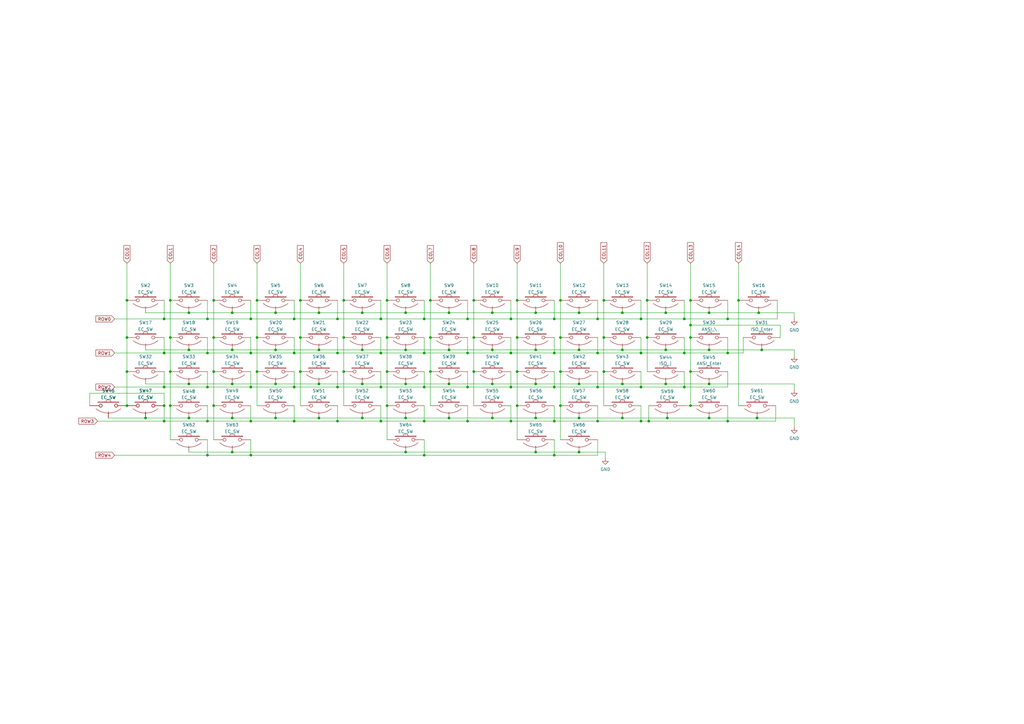
<source format=kicad_sch>
(kicad_sch (version 20230121) (generator eeschema)
  (paper "A3")
  (title_block (title "EC Pro2 Mainboard") (date "2023-11-17") (rev "1.0") (company "LU.SV Solutions") (comment 1 "Cipulot PCB Design") (comment 2 "Cipulot") (comment 3 "GNU General Public License v3.0 "))
  (lib_symbols
    (symbol "cipulot_parts:EC_SW" (pin_numbers hide) (pin_names (offset 1.016) hide)
      (property "Reference" "SW" (at 3.81 2.794 0))
      (property "Value" "EC_SW" (at -3.81 3.81 0))
      (symbol "EC_SW_0_1"
        (arc (start -5.08 -1.27) (mid 0 -3.052) (end 5.08 -1.27))
        (rectangle (start -4.318 1.27) (end 4.318 1.524))
        (polyline (pts (xy -1.016 1.524) (xy -0.762 2.286) (xy 0.762 2.286) (xy 1.016 1.524)))
        (pin passive inverted (at -7.62 0 0) (length 5.08) (name "1") (number "1"))
        (pin passive inverted (at 7.62 0 180) (length 5.08) (name "2") (number "2"))
      )
      (symbol "EC_SW_1_1"
        (pin input line (at 0 -5.08 90) (length 2.54) (name "SG") (number "3"))
      )
    )
    (symbol "power:GND" (power) (pin_names (offset 0))
      (property "Value" "GND" (at 0 -3.81 0))
      (symbol "GND_0_1"
        (polyline (pts (xy 0 0) (xy 0 -1.27) (xy 1.27 -1.27) (xy 0 -2.54) (xy -1.27 -1.27) (xy 0 -1.27)))
      )
      (symbol "GND_1_1"
        (pin power_in line (at 0 0 270) (length 0) hide (name "GND") (number "1"))
      )
    )
  )
  (junction (at 273.05 143.51))
  (junction (at 85.09 172.72))
  (junction (at 158.75 166.37))
  (junction (at 283.21 133.35))
  (junction (at 69.85 138.43))
  (junction (at 123.19 138.43))
  (junction (at 194.31 152.4))
  (junction (at 283.21 152.4))
  (junction (at 102.87 186.69))
  (junction (at 113.03 128.27))
  (junction (at 120.65 158.75))
  (junction (at 219.71 171.45))
  (junction (at 298.45 144.78))
  (junction (at 173.99 158.75))
  (junction (at 156.21 144.78))
  (junction (at 105.41 123.19))
  (junction (at 184.15 171.45))
  (junction (at 85.09 144.78))
  (junction (at 158.75 152.4))
  (junction (at 191.77 130.81))
  (junction (at 67.31 166.37))
  (junction (at 280.67 144.78))
  (junction (at 247.65 152.4))
  (junction (at 176.53 138.43))
  (junction (at 95.25 185.42))
  (junction (at 212.09 152.4))
  (junction (at 138.43 172.72))
  (junction (at 290.83 143.51))
  (junction (at 173.99 130.81))
  (junction (at 173.99 172.72))
  (junction (at 255.27 157.48))
  (junction (at 227.33 172.72))
  (junction (at 265.43 138.43))
  (junction (at 201.93 143.51))
  (junction (at 140.97 123.19))
  (junction (at 67.31 172.72))
  (junction (at 87.63 123.19))
  (junction (at 166.37 171.45))
  (junction (at 77.47 128.27))
  (junction (at 266.065 172.72))
  (junction (at 85.09 186.69))
  (junction (at 95.25 171.45))
  (junction (at 52.07 138.43))
  (junction (at 95.25 143.51))
  (junction (at 120.65 172.72))
  (junction (at 148.59 157.48))
  (junction (at 229.87 123.19))
  (junction (at 69.85 152.4))
  (junction (at 212.09 123.19))
  (junction (at 229.87 138.43))
  (junction (at 140.97 152.4))
  (junction (at 176.53 123.19))
  (junction (at 201.93 157.48))
  (junction (at 158.75 138.43))
  (junction (at 102.87 158.75))
  (junction (at 138.43 158.75))
  (junction (at 52.07 152.4))
  (junction (at 265.43 123.19))
  (junction (at 173.99 186.69))
  (junction (at 138.43 144.78))
  (junction (at 227.33 158.75))
  (junction (at 130.81 171.45))
  (junction (at 298.45 130.81))
  (junction (at 77.47 143.51))
  (junction (at 156.21 130.81))
  (junction (at 245.11 144.78))
  (junction (at 262.89 158.75))
  (junction (at 310.515 171.45))
  (junction (at 176.53 152.4))
  (junction (at 302.895 123.19))
  (junction (at 158.75 123.19))
  (junction (at 283.21 138.43))
  (junction (at 191.77 144.78))
  (junction (at 148.59 128.27))
  (junction (at 113.03 171.45))
  (junction (at 148.59 171.45))
  (junction (at 255.27 171.45))
  (junction (at 262.89 130.81))
  (junction (at 312.42 143.51))
  (junction (at 105.41 152.4))
  (junction (at 148.59 143.51))
  (junction (at 184.15 157.48))
  (junction (at 156.21 172.72))
  (junction (at 113.03 143.51))
  (junction (at 237.49 157.48))
  (junction (at 95.25 128.27))
  (junction (at 227.33 186.69))
  (junction (at 173.99 144.78))
  (junction (at 52.07 166.37))
  (junction (at 245.11 130.81))
  (junction (at 87.63 138.43))
  (junction (at 194.31 123.19))
  (junction (at 67.31 144.78))
  (junction (at 262.89 172.72))
  (junction (at 166.37 157.48))
  (junction (at 283.21 166.37))
  (junction (at 245.11 172.72))
  (junction (at 201.93 171.45))
  (junction (at 229.87 152.4))
  (junction (at 209.55 144.78))
  (junction (at 87.63 166.37))
  (junction (at 138.43 130.81))
  (junction (at 77.47 157.48))
  (junction (at 201.93 128.27))
  (junction (at 184.15 143.51))
  (junction (at 209.55 172.72))
  (junction (at 262.89 144.78))
  (junction (at 219.71 185.42))
  (junction (at 280.67 158.75))
  (junction (at 166.37 185.42))
  (junction (at 298.45 172.72))
  (junction (at 283.21 123.19))
  (junction (at 166.37 143.51))
  (junction (at 191.77 172.72))
  (junction (at 105.41 138.43))
  (junction (at 77.47 171.45))
  (junction (at 69.85 166.37))
  (junction (at 290.83 128.27))
  (junction (at 120.65 144.78))
  (junction (at 273.05 157.48))
  (junction (at 102.87 130.81))
  (junction (at 191.77 158.75))
  (junction (at 156.21 158.75))
  (junction (at 140.97 138.43))
  (junction (at 255.27 128.27))
  (junction (at 247.65 138.43))
  (junction (at 237.49 128.27))
  (junction (at 67.31 130.81))
  (junction (at 311.15 128.27))
  (junction (at 273.685 171.45))
  (junction (at 212.09 138.43))
  (junction (at 209.55 130.81))
  (junction (at 67.31 158.75))
  (junction (at 130.81 157.48))
  (junction (at 102.87 172.72))
  (junction (at 194.31 138.43))
  (junction (at 85.09 130.81))
  (junction (at 237.49 143.51))
  (junction (at 120.65 130.81))
  (junction (at 130.81 128.27))
  (junction (at 59.69 171.45))
  (junction (at 85.09 158.75))
  (junction (at 102.87 144.78))
  (junction (at 255.27 143.51))
  (junction (at 219.71 157.48))
  (junction (at 290.83 157.48))
  (junction (at 95.25 157.48))
  (junction (at 123.19 152.4))
  (junction (at 52.07 123.19))
  (junction (at 237.49 185.42))
  (junction (at 227.33 144.78))
  (junction (at 130.81 143.51))
  (junction (at 113.03 157.48))
  (junction (at 227.33 130.81))
  (junction (at 87.63 152.4))
  (junction (at 219.71 128.27))
  (junction (at 209.55 158.75))
  (junction (at 219.71 143.51))
  (junction (at 273.05 128.27))
  (junction (at 166.37 128.27))
  (junction (at 247.65 123.19))
  (junction (at 69.85 123.19))
  (junction (at 290.83 171.45))
  (junction (at 184.15 128.27))
  (junction (at 212.09 166.37))
  (junction (at 245.11 158.75))
  (junction (at 237.49 171.45))
  (junction (at 280.67 130.81))
  (junction (at 123.19 123.19))
  (junction (at 229.87 166.37))
  (wire (pts (xy 156.21 138.43) (xy 156.21 144.78)))
  (wire (pts (xy 87.63 123.19) (xy 87.63 138.43)))
  (wire (pts (xy 219.71 171.45) (xy 201.93 171.45)))
  (wire (pts (xy 311.15 128.27) (xy 325.755 128.27)))
  (wire (pts (xy 201.93 171.45) (xy 184.15 171.45)))
  (wire (pts (xy 130.81 143.51) (xy 148.59 143.51)))
  (wire (pts (xy 265.43 123.19) (xy 265.43 138.43)))
  (wire (pts (xy 102.87 180.34) (xy 102.87 186.69)))
  (wire (pts (xy 138.43 123.19) (xy 138.43 130.81)))
  (wire (pts (xy 229.87 166.37) (xy 229.87 180.34)))
  (wire (pts (xy 219.71 143.51) (xy 237.49 143.51)))
  (wire (pts (xy 173.99 138.43) (xy 173.99 144.78)))
  (wire (pts (xy 212.09 107.95) (xy 212.09 123.19)))
  (wire (pts (xy 280.67 158.75) (xy 298.45 158.75)))
  (wire (pts (xy 105.41 107.95) (xy 105.41 123.19)))
  (wire (pts (xy 120.65 166.37) (xy 120.65 172.72)))
  (wire (pts (xy 138.43 138.43) (xy 138.43 144.78)))
  (wire (pts (xy 209.55 144.78) (xy 227.33 144.78)))
  (wire (pts (xy 245.11 152.4) (xy 245.11 158.75)))
  (wire (pts (xy 227.33 138.43) (xy 227.33 144.78)))
  (wire (pts (xy 290.83 157.48) (xy 325.755 157.48)))
  (wire (pts (xy 85.09 180.34) (xy 85.09 186.69)))
  (wire (pts (xy 140.97 123.19) (xy 140.97 138.43)))
  (wire (pts (xy 113.03 157.48) (xy 130.81 157.48)))
  (wire (pts (xy 262.89 152.4) (xy 262.89 158.75)))
  (wire (pts (xy 176.53 152.4) (xy 176.53 166.37)))
  (wire (pts (xy 280.67 144.78) (xy 298.45 144.78)))
  (wire (pts (xy 36.83 166.37) (xy 36.83 161.29)))
  (wire (pts (xy 191.77 144.78) (xy 209.55 144.78)))
  (wire (pts (xy 140.97 107.95) (xy 140.97 123.19)))
  (wire (pts (xy 67.31 123.19) (xy 67.31 130.81)))
  (wire (pts (xy 212.09 152.4) (xy 212.09 166.37)))
  (wire (pts (xy 212.09 123.19) (xy 212.09 138.43)))
  (wire (pts (xy 255.27 171.45) (xy 237.49 171.45)))
  (wire (pts (xy 184.15 128.27) (xy 201.93 128.27)))
  (wire (pts (xy 85.09 144.78) (xy 102.87 144.78)))
  (wire (pts (xy 77.47 157.48) (xy 95.25 157.48)))
  (wire (pts (xy 255.27 157.48) (xy 273.05 157.48)))
  (wire (pts (xy 105.41 138.43) (xy 105.41 152.4)))
  (wire (pts (xy 209.55 123.19) (xy 209.55 130.81)))
  (wire (pts (xy 273.05 128.27) (xy 290.83 128.27)))
  (wire (pts (xy 262.89 130.81) (xy 280.67 130.81)))
  (wire (pts (xy 298.45 138.43) (xy 298.45 144.78)))
  (wire (pts (xy 245.11 172.72) (xy 262.89 172.72)))
  (wire (pts (xy 166.37 171.45) (xy 148.59 171.45)))
  (wire (pts (xy 229.87 107.95) (xy 229.87 123.19)))
  (wire (pts (xy 283.21 107.95) (xy 283.21 123.19)))
  (wire (pts (xy 176.53 107.95) (xy 176.53 123.19)))
  (wire (pts (xy 120.65 152.4) (xy 120.65 158.75)))
  (wire (pts (xy 283.21 123.19) (xy 283.21 133.35)))
  (wire (pts (xy 201.93 157.48) (xy 219.71 157.48)))
  (wire (pts (xy 227.33 180.34) (xy 227.33 186.69)))
  (wire (pts (xy 173.99 172.72) (xy 191.77 172.72)))
  (wire (pts (xy 138.43 158.75) (xy 156.21 158.75)))
  (wire (pts (xy 52.07 138.43) (xy 52.07 152.4)))
  (wire (pts (xy 158.75 107.95) (xy 158.75 123.19)))
  (wire (pts (xy 36.83 161.29) (xy 67.31 161.29)))
  (wire (pts (xy 85.09 123.19) (xy 85.09 130.81)))
  (wire (pts (xy 227.33 144.78) (xy 245.11 144.78)))
  (wire (pts (xy 123.19 107.95) (xy 123.19 123.19)))
  (wire (pts (xy 194.31 123.19) (xy 194.31 138.43)))
  (wire (pts (xy 138.43 144.78) (xy 156.21 144.78)))
  (wire (pts (xy 265.43 107.95) (xy 265.43 123.19)))
  (wire (pts (xy 67.31 161.29) (xy 67.31 166.37)))
  (wire (pts (xy 59.69 128.27) (xy 77.47 128.27)))
  (wire (pts (xy 247.65 166.37) (xy 247.65 152.4)))
  (wire (pts (xy 102.87 123.19) (xy 102.87 130.81)))
  (wire (pts (xy 123.19 123.19) (xy 123.19 138.43)))
  (wire (pts (xy 237.49 157.48) (xy 255.27 157.48)))
  (wire (pts (xy 158.75 123.19) (xy 158.75 138.43)))
  (wire (pts (xy 166.37 128.27) (xy 184.15 128.27)))
  (wire (pts (xy 227.33 158.75) (xy 245.11 158.75)))
  (wire (pts (xy 290.83 128.27) (xy 311.15 128.27)))
  (wire (pts (xy 130.81 171.45) (xy 113.03 171.45)))
  (wire (pts (xy 120.65 130.81) (xy 138.43 130.81)))
  (wire (pts (xy 283.21 138.43) (xy 283.21 152.4)))
  (wire (pts (xy 166.37 185.42) (xy 219.71 185.42)))
  (wire (pts (xy 46.99 158.75) (xy 67.31 158.75)))
  (wire (pts (xy 227.33 166.37) (xy 227.33 172.72)))
  (wire (pts (xy 273.685 171.45) (xy 290.83 171.45)))
  (wire (pts (xy 184.15 143.51) (xy 201.93 143.51)))
  (wire (pts (xy 219.71 185.42) (xy 237.49 185.42)))
  (wire (pts (xy 227.33 123.19) (xy 227.33 130.81)))
  (wire (pts (xy 59.69 157.48) (xy 77.47 157.48)))
  (wire (pts (xy 191.77 138.43) (xy 191.77 144.78)))
  (wire (pts (xy 262.89 123.19) (xy 262.89 130.81)))
  (wire (pts (xy 176.53 138.43) (xy 176.53 152.4)))
  (wire (pts (xy 191.77 123.19) (xy 191.77 130.81)))
  (wire (pts (xy 212.09 138.43) (xy 212.09 152.4)))
  (wire (pts (xy 280.67 138.43) (xy 280.67 144.78)))
  (wire (pts (xy 95.25 185.42) (xy 166.37 185.42)))
  (wire (pts (xy 298.45 130.81) (xy 318.77 130.81)))
  (wire (pts (xy 148.59 171.45) (xy 130.81 171.45)))
  (wire (pts (xy 173.99 130.81) (xy 191.77 130.81)))
  (wire (pts (xy 212.09 166.37) (xy 212.09 180.34)))
  (wire (pts (xy 237.49 128.27) (xy 255.27 128.27)))
  (wire (pts (xy 173.99 186.69) (xy 227.33 186.69)))
  (wire (pts (xy 191.77 172.72) (xy 209.55 172.72)))
  (wire (pts (xy 85.09 166.37) (xy 85.09 172.72)))
  (wire (pts (xy 138.43 152.4) (xy 138.43 158.75)))
  (wire (pts (xy 209.55 130.81) (xy 227.33 130.81)))
  (wire (pts (xy 102.87 152.4) (xy 102.87 158.75)))
  (wire (pts (xy 156.21 130.81) (xy 173.99 130.81)))
  (wire (pts (xy 138.43 166.37) (xy 138.43 172.72)))
  (wire (pts (xy 266.065 166.37) (xy 266.065 172.72)))
  (wire (pts (xy 67.31 166.37) (xy 67.31 172.72)))
  (wire (pts (xy 67.31 138.43) (xy 67.31 144.78)))
  (wire (pts (xy 280.67 152.4) (xy 280.67 158.75)))
  (wire (pts (xy 245.11 166.37) (xy 245.11 172.72)))
  (wire (pts (xy 130.81 157.48) (xy 148.59 157.48)))
  (wire (pts (xy 290.83 171.45) (xy 310.515 171.45)))
  (wire (pts (xy 148.59 128.27) (xy 166.37 128.27)))
  (wire (pts (xy 156.21 172.72) (xy 173.99 172.72)))
  (wire (pts (xy 85.09 186.69) (xy 102.87 186.69)))
  (wire (pts (xy 248.285 185.42) (xy 248.285 187.96)))
  (wire (pts (xy 325.755 171.45) (xy 325.755 175.26)))
  (wire (pts (xy 158.75 138.43) (xy 158.75 152.4)))
  (wire (pts (xy 67.31 152.4) (xy 67.31 158.75)))
  (wire (pts (xy 69.85 107.95) (xy 69.85 123.19)))
  (wire (pts (xy 283.21 152.4) (xy 283.21 166.37)))
  (wire (pts (xy 102.87 130.81) (xy 120.65 130.81)))
  (wire (pts (xy 245.11 144.78) (xy 262.89 144.78)))
  (wire (pts (xy 298.45 172.72) (xy 318.135 172.72)))
  (wire (pts (xy 67.31 144.78) (xy 85.09 144.78)))
  (wire (pts (xy 325.755 157.48) (xy 325.755 160.02)))
  (wire (pts (xy 138.43 172.72) (xy 156.21 172.72)))
  (wire (pts (xy 148.59 143.51) (xy 166.37 143.51)))
  (wire (pts (xy 52.07 107.95) (xy 52.07 123.19)))
  (wire (pts (xy 69.85 152.4) (xy 69.85 166.37)))
  (wire (pts (xy 77.47 143.51) (xy 95.25 143.51)))
  (wire (pts (xy 237.49 185.42) (xy 248.285 185.42)))
  (wire (pts (xy 312.42 143.51) (xy 325.755 143.51)))
  (wire (pts (xy 102.87 172.72) (xy 120.65 172.72)))
  (wire (pts (xy 255.27 171.45) (xy 273.685 171.45)))
  (wire (pts (xy 85.09 172.72) (xy 102.87 172.72)))
  (wire (pts (xy 87.63 166.37) (xy 87.63 180.34)))
  (wire (pts (xy 166.37 143.51) (xy 184.15 143.51)))
  (wire (pts (xy 290.83 143.51) (xy 312.42 143.51)))
  (wire (pts (xy 120.65 138.43) (xy 120.65 144.78)))
  (wire (pts (xy 44.45 171.45) (xy 59.69 171.45)))
  (wire (pts (xy 247.65 123.19) (xy 247.65 138.43)))
  (wire (pts (xy 156.21 123.19) (xy 156.21 130.81)))
  (wire (pts (xy 69.85 123.19) (xy 69.85 138.43)))
  (wire (pts (xy 194.31 152.4) (xy 194.31 166.37)))
  (wire (pts (xy 102.87 186.69) (xy 173.99 186.69)))
  (wire (pts (xy 102.87 144.78) (xy 120.65 144.78)))
  (wire (pts (xy 87.63 138.43) (xy 87.63 152.4)))
  (wire (pts (xy 201.93 143.51) (xy 219.71 143.51)))
  (wire (pts (xy 191.77 152.4) (xy 191.77 158.75)))
  (wire (pts (xy 67.31 172.72) (xy 85.09 172.72)))
  (wire (pts (xy 304.8 138.43) (xy 304.8 144.78)))
  (wire (pts (xy 120.65 172.72) (xy 138.43 172.72)))
  (wire (pts (xy 176.53 123.19) (xy 176.53 138.43)))
  (wire (pts (xy 46.99 186.69) (xy 85.09 186.69)))
  (wire (pts (xy 52.07 123.19) (xy 52.07 138.43)))
  (wire (pts (xy 69.85 138.43) (xy 69.85 152.4)))
  (wire (pts (xy 219.71 128.27) (xy 237.49 128.27)))
  (wire (pts (xy 156.21 158.75) (xy 173.99 158.75)))
  (wire (pts (xy 113.03 128.27) (xy 130.81 128.27)))
  (wire (pts (xy 87.63 107.95) (xy 87.63 123.19)))
  (wire (pts (xy 318.77 123.19) (xy 318.77 130.81)))
  (wire (pts (xy 85.09 138.43) (xy 85.09 144.78)))
  (wire (pts (xy 102.87 166.37) (xy 102.87 172.72)))
  (wire (pts (xy 247.65 138.43) (xy 247.65 152.4)))
  (wire (pts (xy 173.99 152.4) (xy 173.99 158.75)))
  (wire (pts (xy 262.89 166.37) (xy 262.89 172.72)))
  (wire (pts (xy 325.755 143.51) (xy 325.755 146.05)))
  (wire (pts (xy 173.99 166.37) (xy 173.99 172.72)))
  (wire (pts (xy 325.755 128.27) (xy 325.755 130.81)))
  (wire (pts (xy 105.41 152.4) (xy 105.41 166.37)))
  (wire (pts (xy 95.25 171.45) (xy 113.03 171.45)))
  (wire (pts (xy 298.45 123.19) (xy 298.45 130.81)))
  (wire (pts (xy 237.49 143.51) (xy 255.27 143.51)))
  (wire (pts (xy 209.55 152.4) (xy 209.55 158.75)))
  (wire (pts (xy 105.41 123.19) (xy 105.41 138.43)))
  (wire (pts (xy 67.31 158.75) (xy 85.09 158.75)))
  (wire (pts (xy 59.69 143.51) (xy 77.47 143.51)))
  (wire (pts (xy 209.55 158.75) (xy 227.33 158.75)))
  (wire (pts (xy 227.33 186.69) (xy 245.11 186.69)))
  (wire (pts (xy 302.895 107.95) (xy 302.895 123.19)))
  (wire (pts (xy 245.11 158.75) (xy 262.89 158.75)))
  (wire (pts (xy 219.71 157.48) (xy 237.49 157.48)))
  (wire (pts (xy 123.19 138.43) (xy 123.19 152.4)))
  (wire (pts (xy 102.87 158.75) (xy 120.65 158.75)))
  (wire (pts (xy 173.99 180.34) (xy 173.99 186.69)))
  (wire (pts (xy 209.55 166.37) (xy 209.55 172.72)))
  (wire (pts (xy 67.31 130.81) (xy 85.09 130.81)))
  (wire (pts (xy 46.99 130.81) (xy 67.31 130.81)))
  (wire (pts (xy 245.11 138.43) (xy 245.11 144.78)))
  (wire (pts (xy 273.05 157.48) (xy 290.83 157.48)))
  (wire (pts (xy 113.03 143.51) (xy 130.81 143.51)))
  (wire (pts (xy 298.45 166.37) (xy 298.45 172.72)))
  (wire (pts (xy 304.8 144.78) (xy 298.45 144.78)))
  (wire (pts (xy 209.55 138.43) (xy 209.55 144.78)))
  (wire (pts (xy 201.93 128.27) (xy 219.71 128.27)))
  (wire (pts (xy 194.31 138.43) (xy 194.31 152.4)))
  (wire (pts (xy 69.85 166.37) (xy 69.85 180.34)))
  (wire (pts (xy 280.67 123.19) (xy 280.67 130.81)))
  (wire (pts (xy 184.15 157.48) (xy 201.93 157.48)))
  (wire (pts (xy 158.75 152.4) (xy 158.75 166.37)))
  (wire (pts (xy 95.25 185.42) (xy 77.47 185.42)))
  (wire (pts (xy 303.53 123.19) (xy 302.895 123.19)))
  (wire (pts (xy 191.77 158.75) (xy 209.55 158.75)))
  (wire (pts (xy 166.37 157.48) (xy 184.15 157.48)))
  (wire (pts (xy 255.27 128.27) (xy 273.05 128.27)))
  (wire (pts (xy 85.09 130.81) (xy 102.87 130.81)))
  (wire (pts (xy 173.99 123.19) (xy 173.99 130.81)))
  (wire (pts (xy 140.97 152.4) (xy 140.97 166.37)))
  (wire (pts (xy 262.89 158.75) (xy 280.67 158.75)))
  (wire (pts (xy 310.515 171.45) (xy 325.755 171.45)))
  (wire (pts (xy 191.77 166.37) (xy 191.77 172.72)))
  (wire (pts (xy 120.65 144.78) (xy 138.43 144.78)))
  (wire (pts (xy 148.59 157.48) (xy 166.37 157.48)))
  (wire (pts (xy 102.87 138.43) (xy 102.87 144.78)))
  (wire (pts (xy 262.89 138.43) (xy 262.89 144.78)))
  (wire (pts (xy 184.15 171.45) (xy 166.37 171.45)))
  (wire (pts (xy 95.25 157.48) (xy 113.03 157.48)))
  (wire (pts (xy 255.27 143.51) (xy 273.05 143.51)))
  (wire (pts (xy 191.77 130.81) (xy 209.55 130.81)))
  (wire (pts (xy 77.47 171.45) (xy 59.69 171.45)))
  (wire (pts (xy 298.45 130.81) (xy 280.67 130.81)))
  (wire (pts (xy 245.11 180.34) (xy 245.11 186.69)))
  (wire (pts (xy 85.09 158.75) (xy 102.87 158.75)))
  (wire (pts (xy 229.87 166.37) (xy 229.87 152.4)))
  (wire (pts (xy 173.99 158.75) (xy 191.77 158.75)))
  (wire (pts (xy 138.43 130.81) (xy 156.21 130.81)))
  (wire (pts (xy 123.19 152.4) (xy 123.19 166.37)))
  (wire (pts (xy 245.11 123.19) (xy 245.11 130.81)))
  (wire (pts (xy 87.63 152.4) (xy 87.63 166.37)))
  (wire (pts (xy 40.005 172.72) (xy 67.31 172.72)))
  (wire (pts (xy 298.45 152.4) (xy 298.45 158.75)))
  (wire (pts (xy 120.65 123.19) (xy 120.65 130.81)))
  (wire (pts (xy 156.21 152.4) (xy 156.21 158.75)))
  (wire (pts (xy 262.89 172.72) (xy 266.065 172.72)))
  (wire (pts (xy 158.75 166.37) (xy 158.75 180.34)))
  (wire (pts (xy 140.97 138.43) (xy 140.97 152.4)))
  (wire (pts (xy 237.49 171.45) (xy 219.71 171.45)))
  (wire (pts (xy 46.99 144.78) (xy 67.31 144.78)))
  (wire (pts (xy 95.25 128.27) (xy 113.03 128.27)))
  (wire (pts (xy 266.065 172.72) (xy 298.45 172.72)))
  (wire (pts (xy 283.21 133.35) (xy 320.04 133.35)))
  (wire (pts (xy 95.25 143.51) (xy 113.03 143.51)))
  (wire (pts (xy 302.895 123.19) (xy 302.895 166.37)))
  (wire (pts (xy 209.55 172.72) (xy 227.33 172.72)))
  (wire (pts (xy 77.47 128.27) (xy 95.25 128.27)))
  (wire (pts (xy 320.04 133.35) (xy 320.04 138.43)))
  (wire (pts (xy 85.09 152.4) (xy 85.09 158.75)))
  (wire (pts (xy 194.31 107.95) (xy 194.31 123.19)))
  (wire (pts (xy 120.65 158.75) (xy 138.43 158.75)))
  (wire (pts (xy 130.81 128.27) (xy 148.59 128.27)))
  (wire (pts (xy 290.83 143.51) (xy 273.05 143.51)))
  (wire (pts (xy 281.305 166.37) (xy 283.21 166.37)))
  (wire (pts (xy 173.99 144.78) (xy 191.77 144.78)))
  (wire (pts (xy 283.21 138.43) (xy 283.21 133.35)))
  (wire (pts (xy 229.87 138.43) (xy 229.87 152.4)))
  (wire (pts (xy 95.25 171.45) (xy 77.47 171.45)))
  (wire (pts (xy 227.33 130.81) (xy 245.11 130.81)))
  (wire (pts (xy 265.43 138.43) (xy 265.43 152.4)))
  (wire (pts (xy 229.87 123.19) (xy 229.87 138.43)))
  (wire (pts (xy 227.33 172.72) (xy 245.11 172.72)))
  (wire (pts (xy 52.07 152.4) (xy 52.07 166.37)))
  (wire (pts (xy 227.33 152.4) (xy 227.33 158.75)))
  (wire (pts (xy 318.135 166.37) (xy 318.135 172.72)))
  (wire (pts (xy 156.21 144.78) (xy 173.99 144.78)))
  (wire (pts (xy 262.89 144.78) (xy 280.67 144.78)))
  (wire (pts (xy 247.65 107.95) (xy 247.65 123.19)))
  (wire (pts (xy 156.21 166.37) (xy 156.21 172.72)))
  (wire (pts (xy 245.11 130.81) (xy 262.89 130.81)))
  (global_label "COL12" (shape input) (at 265.43 107.95 90) (property "Intersheetrefs" "${INTERSHEET_REFS}" (effects hide)))
  (global_label "ROW1" (shape input) (at 46.99 144.78 180) (property "Intersheetrefs" "${INTERSHEET_REFS}" (effects hide)))
  (global_label "COL4" (shape input) (at 123.19 107.95 90) (property "Intersheetrefs" "${INTERSHEET_REFS}" (effects hide)))
  (global_label "COL8" (shape input) (at 194.31 107.95 90) (property "Intersheetrefs" "${INTERSHEET_REFS}" (effects hide)))
  (global_label "COL13" (shape input) (at 283.21 107.95 90) (property "Intersheetrefs" "${INTERSHEET_REFS}" (effects hide)))
  (global_label "ROW0" (shape input) (at 46.99 130.81 180) (property "Intersheetrefs" "${INTERSHEET_REFS}" (effects hide)))
  (global_label "COL0" (shape input) (at 52.07 107.95 90) (property "Intersheetrefs" "${INTERSHEET_REFS}" (effects hide)))
  (global_label "ROW4" (shape input) (at 46.99 186.69 180) (property "Intersheetrefs" "${INTERSHEET_REFS}" (effects hide)))
  (global_label "ROW2" (shape input) (at 46.99 158.75 180) (property "Intersheetrefs" "${INTERSHEET_REFS}" (effects hide)))
  (global_label "COL2" (shape input) (at 87.63 107.95 90) (property "Intersheetrefs" "${INTERSHEET_REFS}" (effects hide)))
  (global_label "COL10" (shape input) (at 229.87 107.95 90) (property "Intersheetrefs" "${INTERSHEET_REFS}" (effects hide)))
  (global_label "COL7" (shape input) (at 176.53 107.95 90) (property "Intersheetrefs" "${INTERSHEET_REFS}" (effects hide)))
  (global_label "COL1" (shape input) (at 69.85 107.95 90) (property "Intersheetrefs" "${INTERSHEET_REFS}" (effects hide)))
  (global_label "ROW3" (shape input) (at 40.005 172.72 180) (property "Intersheetrefs" "${INTERSHEET_REFS}" (effects hide)))
  (global_label "COL5" (shape input) (at 140.97 107.95 90) (property "Intersheetrefs" "${INTERSHEET_REFS}" (effects hide)))
  (global_label "COL9" (shape input) (at 212.09 107.95 90) (property "Intersheetrefs" "${INTERSHEET_REFS}" (effects hide)))
  (global_label "COL14" (shape input) (at 302.895 107.95 90) (property "Intersheetrefs" "${INTERSHEET_REFS}" (effects hide)))
  (global_label "COL6" (shape input) (at 158.75 107.95 90) (property "Intersheetrefs" "${INTERSHEET_REFS}" (effects hide)))
  (global_label "COL11" (shape input) (at 247.65 107.95 90) (property "Intersheetrefs" "${INTERSHEET_REFS}" (effects hide)))
  (global_label "COL3" (shape input) (at 105.41 107.95 90) (property "Intersheetrefs" "${INTERSHEET_REFS}" (effects hide)))
  (symbol (lib_id "cipulot_parts:EC_SW") (at 290.83 152.4 0) (mirror y) (unit 1)
    (property "Reference" "SW45" (at 290.83 146.5412 0))
    (property "Value" "ANSI_Enter" (at 290.83 149.0781 0))
    (property "Footprint" "cipulot_parts:ecs_pad_no_ring" (effects hide))
  )
  (symbol (lib_id "cipulot_parts:EC_SW") (at 290.83 138.43 0) (unit 1)
    (property "Reference" "SW30" (at 290.83 132.3045 0))
    (property "Value" "ANSI_\\" (at 290.83 135.0796 0))
    (property "Footprint" "cipulot_parts:ecs_pad_no_ring" (effects hide))
  )
  (symbol (lib_id "cipulot_parts:EC_SW") (at 184.15 123.19 0) (unit 1)
    (property "Reference" "SW9" (at 184.15 117.0645 0))
    (property "Value" "EC_SW" (at 184.15 119.8396 0))
    (property "Footprint" "cipulot_parts:ecs_pad_no_ring" (effects hide))
  )
  (symbol (lib_id "cipulot_parts:EC_SW") (at 237.49 152.4 0) (unit 1)
    (property "Reference" "SW42" (at 237.49 146.2745 0))
    (property "Value" "EC_SW" (at 237.49 149.0496 0))
    (property "Footprint" "cipulot_parts:ecs_pad_no_ring" (effects hide))
  )
  (symbol (lib_id "cipulot_parts:EC_SW") (at 237.49 123.19 0) (unit 1)
    (property "Reference" "SW12" (at 237.49 117.0645 0))
    (property "Value" "EC_SW" (at 237.49 119.8396 0))
    (property "Footprint" "cipulot_parts:ecs_pad_no_ring" (effects hide))
  )
  (symbol (lib_id "cipulot_parts:EC_SW") (at 312.42 138.43 0) (unit 1)
    (property "Reference" "SW31" (at 312.42 132.3045 0))
    (property "Value" "ISO_Enter" (at 312.42 135.0796 0))
    (property "Footprint" "cipulot_parts:ecs_pad_no_ring" (effects hide))
  )
  (symbol (lib_id "cipulot_parts:EC_SW") (at 77.47 180.34 0) (unit 1)
    (property "Reference" "SW62" (at 77.47 174.2145 0))
    (property "Value" "EC_SW" (at 77.47 176.9896 0))
    (property "Footprint" "cipulot_parts:ecs_pad_no_ring" (effects hide))
  )
  (symbol (lib_id "cipulot_parts:EC_SW") (at 59.69 166.37 0) (unit 1)
    (property "Reference" "SW47" (at 59.69 160.2445 0))
    (property "Value" "EC_SW" (at 59.69 163.0196 0))
    (property "Footprint" "cipulot_parts:ecs_pad_no_ring_1u_edge_cut" (effects hide))
  )
  (symbol (lib_id "cipulot_parts:EC_SW") (at 59.69 123.19 0) (unit 1)
    (property "Reference" "SW2" (at 59.69 117.0645 0))
    (property "Value" "EC_SW" (at 59.69 119.8396 0))
    (property "Footprint" "cipulot_parts:ecs_pad_no_ring" (effects hide))
  )
  (symbol (lib_id "cipulot_parts:EC_SW") (at 95.25 138.43 0) (unit 1)
    (property "Reference" "SW19" (at 95.25 132.3045 0))
    (property "Value" "EC_SW" (at 95.25 135.0796 0))
    (property "Footprint" "cipulot_parts:ecs_pad_no_ring" (effects hide))
  )
  (symbol (lib_id "cipulot_parts:EC_SW") (at 255.27 123.19 0) (unit 1)
    (property "Reference" "SW13" (at 255.27 117.0645 0))
    (property "Value" "EC_SW" (at 255.27 119.8396 0))
    (property "Footprint" "cipulot_parts:ecs_pad_no_ring" (effects hide))
  )
  (symbol (lib_id "cipulot_parts:EC_SW") (at 95.25 180.34 0) (unit 1)
    (property "Reference" "SW63" (at 95.25 174.2145 0))
    (property "Value" "EC_SW" (at 95.25 176.9896 0))
    (property "Footprint" "cipulot_parts:ecs_pad_no_ring" (effects hide))
  )
  (symbol (lib_id "cipulot_parts:EC_SW") (at 148.59 138.43 0) (unit 1)
    (property "Reference" "SW22" (at 148.59 132.3045 0))
    (property "Value" "EC_SW" (at 148.59 135.0796 0))
    (property "Footprint" "cipulot_parts:ecs_pad_no_ring" (effects hide))
  )
  (symbol (lib_id "cipulot_parts:EC_SW") (at 219.71 123.19 0) (unit 1)
    (property "Reference" "SW11" (at 219.71 117.0645 0))
    (property "Value" "EC_SW" (at 219.71 119.8396 0))
    (property "Footprint" "cipulot_parts:ecs_pad_no_ring" (effects hide))
  )
  (symbol (lib_id "cipulot_parts:EC_SW") (at 237.49 180.34 0) (unit 1)
    (property "Reference" "SW66" (at 237.49 174.2145 0))
    (property "Value" "EC_SW" (at 237.49 176.9896 0))
    (property "Footprint" "cipulot_parts:ecs_pad_no_ring" (effects hide))
  )
  (symbol (lib_id "cipulot_parts:EC_SW") (at 77.47 152.4 0) (unit 1)
    (property "Reference" "SW33" (at 77.47 146.2745 0))
    (property "Value" "EC_SW" (at 77.47 149.0496 0))
    (property "Footprint" "cipulot_parts:ecs_pad_no_ring" (effects hide))
  )
  (symbol (lib_id "cipulot_parts:EC_SW") (at 290.83 123.19 0) (unit 1)
    (property "Reference" "SW15" (at 290.83 117.0645 0))
    (property "Value" "EC_SW" (at 290.83 119.8396 0))
    (property "Footprint" "cipulot_parts:ecs_pad_no_ring" (effects hide))
  )
  (symbol (lib_id "cipulot_parts:EC_SW") (at 148.59 166.37 0) (unit 1)
    (property "Reference" "SW52" (at 148.59 160.2445 0))
    (property "Value" "EC_SW" (at 148.59 163.0196 0))
    (property "Footprint" "cipulot_parts:ecs_pad_no_ring" (effects hide))
  )
  (symbol (lib_id "power:GND") (at 325.755 146.05 0) (unit 1)
    (property "Reference" "#PWR032" (effects hide))
    (property "Value" "GND" (at 325.755 150.6125 0))
  )
  (symbol (lib_id "cipulot_parts:EC_SW") (at 113.03 123.19 0) (unit 1)
    (property "Reference" "SW5" (at 113.03 117.0645 0))
    (property "Value" "EC_SW" (at 113.03 119.8396 0))
    (property "Footprint" "cipulot_parts:ecs_pad_no_ring" (effects hide))
  )
  (symbol (lib_id "cipulot_parts:EC_SW") (at 290.83 166.37 0) (unit 1)
    (property "Reference" "SW60" (at 290.83 160.2445 0))
    (property "Value" "EC_SW" (at 290.83 163.0196 0))
    (property "Footprint" "cipulot_parts:ecs_pad_no_ring_1u_edge_cut" (effects hide))
  )
  (symbol (lib_id "cipulot_parts:EC_SW") (at 219.71 180.34 0) (unit 1)
    (property "Reference" "SW65" (at 219.71 174.2145 0))
    (property "Value" "EC_SW" (at 219.71 176.9896 0))
    (property "Footprint" "cipulot_parts:ecs_pad_no_ring" (effects hide))
  )
  (symbol (lib_id "cipulot_parts:EC_SW") (at 113.03 138.43 0) (unit 1)
    (property "Reference" "SW20" (at 113.03 132.3045 0))
    (property "Value" "EC_SW" (at 113.03 135.0796 0))
    (property "Footprint" "cipulot_parts:ecs_pad_no_ring" (effects hide))
  )
  (symbol (lib_id "cipulot_parts:EC_SW") (at 219.71 166.37 0) (unit 1)
    (property "Reference" "SW56" (at 219.71 160.2445 0))
    (property "Value" "EC_SW" (at 219.71 163.0196 0))
    (property "Footprint" "cipulot_parts:ecs_pad_no_ring" (effects hide))
  )
  (symbol (lib_id "cipulot_parts:EC_SW") (at 166.37 166.37 0) (unit 1)
    (property "Reference" "SW53" (at 166.37 160.2445 0))
    (property "Value" "EC_SW" (at 166.37 163.0196 0))
    (property "Footprint" "cipulot_parts:ecs_pad_no_ring" (effects hide))
  )
  (symbol (lib_id "cipulot_parts:EC_SW") (at 95.25 166.37 0) (unit 1)
    (property "Reference" "SW49" (at 95.25 160.2445 0))
    (property "Value" "EC_SW" (at 95.25 163.0196 0))
    (property "Footprint" "cipulot_parts:ecs_pad_no_ring" (effects hide))
  )
  (symbol (lib_id "power:GND") (at 325.755 130.81 0) (unit 1)
    (property "Reference" "#PWR031" (effects hide))
    (property "Value" "GND" (at 325.755 135.3725 0))
  )
  (symbol (lib_id "cipulot_parts:EC_SW") (at 113.03 166.37 0) (unit 1)
    (property "Reference" "SW50" (at 113.03 160.2445 0))
    (property "Value" "EC_SW" (at 113.03 163.0196 0))
    (property "Footprint" "cipulot_parts:ecs_pad_no_ring" (effects hide))
  )
  (symbol (lib_id "cipulot_parts:EC_SW") (at 237.49 166.37 0) (unit 1)
    (property "Reference" "SW57" (at 237.49 160.2445 0))
    (property "Value" "EC_SW" (at 237.49 163.0196 0))
    (property "Footprint" "cipulot_parts:ecs_pad_no_ring" (effects hide))
  )
  (symbol (lib_id "cipulot_parts:EC_SW") (at 311.15 123.19 0) (unit 1)
    (property "Reference" "SW16" (at 311.15 117.0645 0))
    (property "Value" "EC_SW" (at 311.15 119.8396 0))
    (property "Footprint" "cipulot_parts:ecs_pad_no_ring" (effects hide))
  )
  (symbol (lib_id "cipulot_parts:EC_SW") (at 201.93 152.4 0) (unit 1)
    (property "Reference" "SW40" (at 201.93 146.2745 0))
    (property "Value" "EC_SW" (at 201.93 149.0496 0))
    (property "Footprint" "cipulot_parts:ecs_pad_no_ring" (effects hide))
  )
  (symbol (lib_id "cipulot_parts:EC_SW") (at 77.47 138.43 0) (unit 1)
    (property "Reference" "SW18" (at 77.47 132.3045 0))
    (property "Value" "EC_SW" (at 77.47 135.0796 0))
    (property "Footprint" "cipulot_parts:ecs_pad_no_ring" (effects hide))
  )
  (symbol (lib_id "cipulot_parts:EC_SW") (at 130.81 152.4 0) (unit 1)
    (property "Reference" "SW36" (at 130.81 146.2745 0))
    (property "Value" "EC_SW" (at 130.81 149.0496 0))
    (property "Footprint" "cipulot_parts:ecs_pad_no_ring" (effects hide))
  )
  (symbol (lib_id "cipulot_parts:EC_SW") (at 59.69 152.4 0) (unit 1)
    (property "Reference" "SW32" (at 59.69 146.2745 0))
    (property "Value" "EC_SW" (at 59.69 149.0496 0))
    (property "Footprint" "cipulot_parts:ecs_pad_no_ring_stepped&normal" (effects hide))
  )
  (symbol (lib_id "cipulot_parts:EC_SW") (at 184.15 138.43 0) (unit 1)
    (property "Reference" "SW24" (at 184.15 132.3045 0))
    (property "Value" "EC_SW" (at 184.15 135.0796 0))
    (property "Footprint" "cipulot_parts:ecs_pad_no_ring" (effects hide))
  )
  (symbol (lib_id "cipulot_parts:EC_SW") (at 273.05 152.4 0) (unit 1)
    (property "Reference" "SW44" (at 273.05 146.5412 0))
    (property "Value" "ISO_|" (at 273.05 149.0781 0))
    (property "Footprint" "cipulot_parts:ecs_pad_no_ring" (effects hide))
  )
  (symbol (lib_id "cipulot_parts:EC_SW") (at 59.69 138.43 0) (unit 1)
    (property "Reference" "SW17" (at 59.69 132.3045 0))
    (property "Value" "EC_SW" (at 59.69 135.0796 0))
    (property "Footprint" "cipulot_parts:ecs_pad_no_ring" (effects hide))
  )
  (symbol (lib_id "power:GND") (at 325.755 175.26 0) (unit 1)
    (property "Reference" "#PWR034" (effects hide))
    (property "Value" "GND" (at 325.755 179.8225 0))
  )
  (symbol (lib_id "cipulot_parts:EC_SW") (at 148.59 123.19 0) (unit 1)
    (property "Reference" "SW7" (at 148.59 117.0645 0))
    (property "Value" "EC_SW" (at 148.59 119.8396 0))
    (property "Footprint" "cipulot_parts:ecs_pad_no_ring" (effects hide))
  )
  (symbol (lib_id "cipulot_parts:EC_SW") (at 130.81 166.37 0) (unit 1)
    (property "Reference" "SW51" (at 130.81 160.2445 0))
    (property "Value" "EC_SW" (at 130.81 163.0196 0))
    (property "Footprint" "cipulot_parts:ecs_pad_no_ring" (effects hide))
  )
  (symbol (lib_id "cipulot_parts:EC_SW") (at 148.59 152.4 0) (unit 1)
    (property "Reference" "SW37" (at 148.59 146.2745 0))
    (property "Value" "EC_SW" (at 148.59 149.0496 0))
    (property "Footprint" "cipulot_parts:ecs_pad_no_ring" (effects hide))
  )
  (symbol (lib_id "cipulot_parts:EC_SW") (at 166.37 152.4 0) (unit 1)
    (property "Reference" "SW38" (at 166.37 146.2745 0))
    (property "Value" "EC_SW" (at 166.37 149.0496 0))
    (property "Footprint" "cipulot_parts:ecs_pad_no_ring" (effects hide))
  )
  (symbol (lib_id "cipulot_parts:EC_SW") (at 130.81 138.43 0) (unit 1)
    (property "Reference" "SW21" (at 130.81 132.3045 0))
    (property "Value" "EC_SW" (at 130.81 135.0796 0))
    (property "Footprint" "cipulot_parts:ecs_pad_no_ring" (effects hide))
  )
  (symbol (lib_id "cipulot_parts:EC_SW") (at 44.45 166.37 0) (unit 1)
    (property "Reference" "SW46" (at 44.45 160.2445 0))
    (property "Value" "EC_SW" (at 44.45 163.0196 0))
    (property "Footprint" "cipulot_parts:ecs_pad_no_ring" (effects hide))
  )
  (symbol (lib_id "cipulot_parts:EC_SW") (at 219.71 138.43 0) (unit 1)
    (property "Reference" "SW26" (at 219.71 132.3045 0))
    (property "Value" "EC_SW" (at 219.71 135.0796 0))
    (property "Footprint" "cipulot_parts:ecs_pad_no_ring" (effects hide))
  )
  (symbol (lib_id "power:GND") (at 325.755 160.02 0) (unit 1)
    (property "Reference" "#PWR033" (effects hide))
    (property "Value" "GND" (at 325.755 164.5825 0))
  )
  (symbol (lib_id "cipulot_parts:EC_SW") (at 77.47 166.37 0) (mirror y) (unit 1)
    (property "Reference" "SW48" (at 77.47 160.5112 0))
    (property "Value" "EC_SW" (at 77.47 163.0481 0))
    (property "Footprint" "cipulot_parts:ecs_pad_no_ring_1u_edge_cut" (effects hide))
  )
  (symbol (lib_id "cipulot_parts:EC_SW") (at 113.03 152.4 0) (unit 1)
    (property "Reference" "SW35" (at 113.03 146.2745 0))
    (property "Value" "EC_SW" (at 113.03 149.0496 0))
    (property "Footprint" "cipulot_parts:ecs_pad_no_ring" (effects hide))
  )
  (symbol (lib_id "cipulot_parts:EC_SW") (at 255.27 138.43 0) (unit 1)
    (property "Reference" "SW28" (at 255.27 132.3045 0))
    (property "Value" "EC_SW" (at 255.27 135.0796 0))
    (property "Footprint" "cipulot_parts:ecs_pad_no_ring" (effects hide))
  )
  (symbol (lib_id "cipulot_parts:EC_SW") (at 77.47 123.19 0) (unit 1)
    (property "Reference" "SW3" (at 77.47 117.0645 0))
    (property "Value" "EC_SW" (at 77.47 119.8396 0))
    (property "Footprint" "cipulot_parts:ecs_pad_no_ring" (effects hide))
  )
  (symbol (lib_id "cipulot_parts:EC_SW") (at 310.515 166.37 0) (unit 1)
    (property "Reference" "SW61" (at 310.515 160.2445 0))
    (property "Value" "EC_SW" (at 310.515 163.0196 0))
    (property "Footprint" "cipulot_parts:ecs_pad_no_ring" (effects hide))
  )
  (symbol (lib_id "cipulot_parts:EC_SW") (at 95.25 123.19 0) (unit 1)
    (property "Reference" "SW4" (at 95.25 117.0645 0))
    (property "Value" "EC_SW" (at 95.25 119.8396 0))
    (property "Footprint" "cipulot_parts:ecs_pad_no_ring" (effects hide))
  )
  (symbol (lib_id "cipulot_parts:EC_SW") (at 255.27 166.37 0) (unit 1)
    (property "Reference" "SW58" (at 255.27 160.2445 0))
    (property "Value" "EC_SW" (at 255.27 163.0196 0))
    (property "Footprint" "cipulot_parts:ecs_pad_no_ring" (effects hide))
  )
  (symbol (lib_id "cipulot_parts:EC_SW") (at 201.93 166.37 0) (unit 1)
    (property "Reference" "SW55" (at 201.93 160.2445 0))
    (property "Value" "EC_SW" (at 201.93 163.0196 0))
    (property "Footprint" "cipulot_parts:ecs_pad_no_ring" (effects hide))
  )
  (symbol (lib_id "cipulot_parts:EC_SW") (at 166.37 138.43 0) (unit 1)
    (property "Reference" "SW23" (at 166.37 132.3045 0))
    (property "Value" "EC_SW" (at 166.37 135.0796 0))
    (property "Footprint" "cipulot_parts:ecs_pad_no_ring" (effects hide))
  )
  (symbol (lib_id "cipulot_parts:EC_SW") (at 166.37 180.34 0) (unit 1)
    (property "Reference" "SW64" (at 166.37 174.2145 0))
    (property "Value" "EC_SW" (at 166.37 176.9896 0))
    (property "Footprint" "cipulot_parts:ecs_pad_no_ring" (effects hide))
  )
  (symbol (lib_id "cipulot_parts:EC_SW") (at 237.49 138.43 0) (unit 1)
    (property "Reference" "SW27" (at 237.49 132.3045 0))
    (property "Value" "EC_SW" (at 237.49 135.0796 0))
    (property "Footprint" "cipulot_parts:ecs_pad_no_ring" (effects hide))
  )
  (symbol (lib_id "cipulot_parts:EC_SW") (at 201.93 123.19 0) (unit 1)
    (property "Reference" "SW10" (at 201.93 117.0645 0))
    (property "Value" "EC_SW" (at 201.93 119.8396 0))
    (property "Footprint" "cipulot_parts:ecs_pad_no_ring" (effects hide))
  )
  (symbol (lib_id "cipulot_parts:EC_SW") (at 255.27 152.4 0) (unit 1)
    (property "Reference" "SW43" (at 255.27 146.2745 0))
    (property "Value" "EC_SW" (at 255.27 149.0496 0))
    (property "Footprint" "cipulot_parts:ecs_pad_no_ring" (effects hide))
  )
  (symbol (lib_id "cipulot_parts:EC_SW") (at 219.71 152.4 0) (unit 1)
    (property "Reference" "SW41" (at 219.71 146.2745 0))
    (property "Value" "EC_SW" (at 219.71 149.0496 0))
    (property "Footprint" "cipulot_parts:ecs_pad_no_ring" (effects hide))
  )
  (symbol (lib_id "cipulot_parts:EC_SW") (at 166.37 123.19 0) (unit 1)
    (property "Reference" "SW8" (at 166.37 117.0645 0))
    (property "Value" "EC_SW" (at 166.37 119.8396 0))
    (property "Footprint" "cipulot_parts:ecs_pad_no_ring" (effects hide))
  )
  (symbol (lib_id "cipulot_parts:EC_SW") (at 273.05 138.43 0) (unit 1)
    (property "Reference" "SW29" (at 273.05 132.3045 0))
    (property "Value" "EC_SW" (at 273.05 135.0796 0))
    (property "Footprint" "cipulot_parts:ecs_pad_no_ring" (effects hide))
  )
  (symbol (lib_id "cipulot_parts:EC_SW") (at 130.81 123.19 0) (unit 1)
    (property "Reference" "SW6" (at 130.81 117.0645 0))
    (property "Value" "EC_SW" (at 130.81 119.8396 0))
    (property "Footprint" "cipulot_parts:ecs_pad_no_ring" (effects hide))
  )
  (symbol (lib_id "cipulot_parts:EC_SW") (at 184.15 166.37 0) (unit 1)
    (property "Reference" "SW54" (at 184.15 160.2445 0))
    (property "Value" "EC_SW" (at 184.15 163.0196 0))
    (property "Footprint" "cipulot_parts:ecs_pad_no_ring" (effects hide))
  )
  (symbol (lib_id "cipulot_parts:EC_SW") (at 184.15 152.4 0) (unit 1)
    (property "Reference" "SW39" (at 184.15 146.2745 0))
    (property "Value" "EC_SW" (at 184.15 149.0496 0))
    (property "Footprint" "cipulot_parts:ecs_pad_no_ring" (effects hide))
  )
  (symbol (lib_id "power:GND") (at 248.285 187.96 0) (unit 1)
    (property "Reference" "#PWR035" (effects hide))
    (property "Value" "GND" (at 248.285 192.5225 0))
  )
  (symbol (lib_id "cipulot_parts:EC_SW") (at 95.25 152.4 0) (unit 1)
    (property "Reference" "SW34" (at 95.25 146.2745 0))
    (property "Value" "EC_SW" (at 95.25 149.0496 0))
    (property "Footprint" "cipulot_parts:ecs_pad_no_ring" (effects hide))
  )
  (symbol (lib_id "cipulot_parts:EC_SW") (at 273.05 123.19 0) (unit 1)
    (property "Reference" "SW14" (at 273.05 117.0645 0))
    (property "Value" "EC_SW" (at 273.05 119.8396 0))
    (property "Footprint" "cipulot_parts:ecs_pad_no_ring" (effects hide))
  )
  (symbol (lib_id "cipulot_parts:EC_SW") (at 273.685 166.37 0) (mirror y) (unit 1)
    (property "Reference" "SW59" (at 273.685 160.5112 0))
    (property "Value" "EC_SW" (at 273.685 163.0481 0))
    (property "Footprint" "cipulot_parts:ecs_pad_no_ring" (effects hide))
  )
  (symbol (lib_id "cipulot_parts:EC_SW") (at 201.93 138.43 0) (unit 1)
    (property "Reference" "SW25" (at 201.93 132.3045 0))
    (property "Value" "EC_SW" (at 201.93 135.0796 0))
    (property "Footprint" "cipulot_parts:ecs_pad_no_ring" (effects hide))
  )
)
</source>
